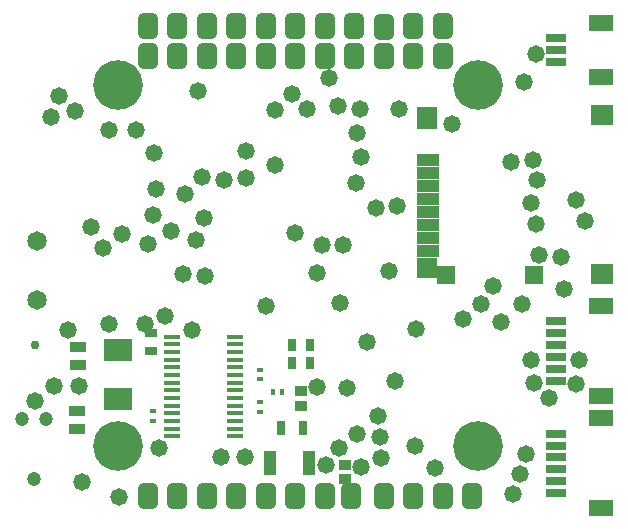
<source format=gbr>
%TF.GenerationSoftware,Altium Limited,Altium Designer,23.4.1 (23)*%
G04 Layer_Color=16711935*
%FSLAX45Y45*%
%MOMM*%
%TF.SameCoordinates,9E7A2767-CAA3-433B-99DA-4D56C25BF89A*%
%TF.FilePolarity,Negative*%
%TF.FileFunction,Soldermask,Bot*%
%TF.Part,Single*%
G01*
G75*
%TA.AperFunction,SMDPad,CuDef*%
%ADD35R,0.75000X1.00000*%
%ADD36R,1.10000X2.05000*%
%ADD47R,0.70000X1.30000*%
%ADD48R,0.50000X0.40000*%
%TA.AperFunction,ComponentPad*%
%ADD55C,0.75000*%
%TA.AperFunction,SMDPad,CuDef*%
%ADD72R,1.35000X0.95000*%
%ADD80R,1.00000X0.75000*%
%ADD81R,0.40000X0.50000*%
%ADD82R,1.40000X0.38000*%
%ADD83R,2.40000X1.90000*%
%ADD101R,1.75320X0.80320*%
%ADD102R,2.00320X1.40320*%
%TA.AperFunction,ComponentPad*%
%ADD110C,1.65320*%
%TA.AperFunction,ViaPad*%
%ADD111C,1.19421*%
%ADD112C,4.20320*%
G04:AMPARAMS|DCode=113|XSize=1.7272mm|YSize=2.2032mm|CornerRadius=0.4826mm|HoleSize=0mm|Usage=FLASHONLY|Rotation=0.000|XOffset=0mm|YOffset=0mm|HoleType=Round|Shape=RoundedRectangle|*
%AMROUNDEDRECTD113*
21,1,1.72720,1.23800,0,0,0.0*
21,1,0.76200,2.20320,0,0,0.0*
1,1,0.96520,0.38100,-0.61900*
1,1,0.96520,-0.38100,-0.61900*
1,1,0.96520,-0.38100,0.61900*
1,1,0.96520,0.38100,0.61900*
%
%ADD113ROUNDEDRECTD113*%
%ADD114C,1.47320*%
%TA.AperFunction,SMDPad,CuDef*%
%ADD115R,1.88320X1.00320*%
%ADD116R,1.50320X1.49320*%
%ADD117R,1.60320X1.49320*%
%ADD118R,1.70320X1.80320*%
%ADD119R,1.90320X1.70320*%
%ADD120R,1.70320X1.90320*%
%ADD121R,1.05320X0.90320*%
D35*
X2574999Y1549994D02*
D03*
X2725002D02*
D03*
X2574999Y1399997D02*
D03*
X2724997D02*
D03*
D36*
X2384997Y550001D02*
D03*
X2714994D02*
D03*
D47*
X2479988Y849996D02*
D03*
X2669990D02*
D03*
D48*
X2299999Y1259997D02*
D03*
Y1339997D02*
D03*
X2300004Y985002D02*
D03*
Y1065001D02*
D03*
X1400001Y910000D02*
D03*
Y990000D02*
D03*
D55*
X399996Y1550000D02*
D03*
D72*
X749300Y839400D02*
D03*
Y989400D02*
D03*
X762000Y1535500D02*
D03*
Y1385500D02*
D03*
D80*
X1375002Y1499997D02*
D03*
Y1649999D02*
D03*
D81*
X2410001Y1150000D02*
D03*
X2490001D02*
D03*
D82*
X2092999Y1102502D02*
D03*
Y1362501D02*
D03*
Y1297503D02*
D03*
X1556998Y777504D02*
D03*
Y842503D02*
D03*
Y1557502D02*
D03*
Y1622501D02*
D03*
X2092999D02*
D03*
Y1557502D02*
D03*
Y842503D02*
D03*
Y777504D02*
D03*
Y907501D02*
D03*
Y972500D02*
D03*
Y1037503D02*
D03*
Y1167501D02*
D03*
Y1232504D02*
D03*
Y1427500D02*
D03*
Y1492504D02*
D03*
X1556998D02*
D03*
Y1427500D02*
D03*
Y1362501D02*
D03*
Y1297503D02*
D03*
Y1232504D02*
D03*
Y1167501D02*
D03*
Y1102502D02*
D03*
Y1037503D02*
D03*
Y972500D02*
D03*
Y907501D02*
D03*
D83*
X1100011Y1095004D02*
D03*
Y1505006D02*
D03*
D101*
X4805003Y300000D02*
D03*
Y400000D02*
D03*
Y500000D02*
D03*
Y700004D02*
D03*
Y800004D02*
D03*
Y600000D02*
D03*
X4805002Y4150001D02*
D03*
Y3950001D02*
D03*
Y4050001D02*
D03*
Y1250001D02*
D03*
Y1350001D02*
D03*
Y1450001D02*
D03*
Y1650000D02*
D03*
Y1750000D02*
D03*
Y1550000D02*
D03*
D102*
X5192500Y170003D02*
D03*
Y930001D02*
D03*
X5192500Y3820004D02*
D03*
Y4280003D02*
D03*
Y1119999D02*
D03*
Y1880002D02*
D03*
D110*
X414401Y1934399D02*
D03*
Y2434398D02*
D03*
D111*
X490220Y924560D02*
D03*
X388620Y416560D02*
D03*
X287020Y924560D02*
D03*
D112*
X1100001Y699998D02*
D03*
X4150003Y3750000D02*
D03*
Y699998D02*
D03*
X1100001Y3750000D02*
D03*
D113*
X3850000Y4250000D02*
D03*
X3849998Y4000002D02*
D03*
X3600001D02*
D03*
X3599996Y4249999D02*
D03*
X3349994Y4240799D02*
D03*
X3349999Y4000002D02*
D03*
X3100002D02*
D03*
X3099997Y4249994D02*
D03*
X2850000D02*
D03*
Y4000002D02*
D03*
X2599998D02*
D03*
Y4249994D02*
D03*
X2349996Y4249999D02*
D03*
X2099999Y4000002D02*
D03*
Y4249994D02*
D03*
X1849997Y4249999D02*
D03*
X1850002Y4000002D02*
D03*
X1600000D02*
D03*
Y4249994D02*
D03*
X1349998Y4249999D02*
D03*
Y3999997D02*
D03*
X4100000Y275000D02*
D03*
X3850000D02*
D03*
X3600000D02*
D03*
X3349999Y275000D02*
D03*
X3074998D02*
D03*
X2850000D02*
D03*
X2600003D02*
D03*
X2350001D02*
D03*
X1850002D02*
D03*
X1600000D02*
D03*
X1350003D02*
D03*
X2350001Y4000002D02*
D03*
X2099999Y275000D02*
D03*
D114*
X2425700Y3543300D02*
D03*
X2573800Y3674107D02*
D03*
X2000555Y2946218D02*
D03*
X2183489Y2966241D02*
D03*
X2424712Y3078600D02*
D03*
X2183742Y3195142D02*
D03*
X2882900Y3810000D02*
D03*
X596900Y3657600D02*
D03*
X1775501Y3701157D02*
D03*
X1762240Y2441396D02*
D03*
X1828841Y2630433D02*
D03*
X1351665Y2410178D02*
D03*
X3784600Y508000D02*
D03*
X736600Y3530600D02*
D03*
X533400Y3479800D02*
D03*
X1104900Y266700D02*
D03*
X393700Y1079500D02*
D03*
X4425000Y3100000D02*
D03*
X4610166Y3118962D02*
D03*
X1400000Y2650000D02*
D03*
X2700000Y3550000D02*
D03*
X2959333Y3578599D02*
D03*
X3150000Y3550000D02*
D03*
X1444560Y680387D02*
D03*
X1130968Y2494597D02*
D03*
X3155751Y3146167D02*
D03*
X1650796Y2149638D02*
D03*
X3317800Y774884D02*
D03*
X3397430Y2176178D02*
D03*
X2781779Y2159606D02*
D03*
X2858894Y538404D02*
D03*
X2972601Y679739D02*
D03*
X4346102Y1748944D02*
D03*
X3445527Y1250000D02*
D03*
X4271400Y2049011D02*
D03*
X3300000Y951070D02*
D03*
X4665941Y2309832D02*
D03*
X1835015Y2136364D02*
D03*
X3463714Y2725560D02*
D03*
X2976438Y1902389D02*
D03*
X4549820Y626565D02*
D03*
X4506695Y454899D02*
D03*
X4875000Y2025000D02*
D03*
X1418345Y2868345D02*
D03*
X3117175Y2918367D02*
D03*
X1403600Y3174870D02*
D03*
X1500000Y1800000D02*
D03*
X1325000Y1725000D02*
D03*
X794586Y394586D02*
D03*
X3156401Y516152D02*
D03*
X4539641Y3781488D02*
D03*
X4639081Y4010786D02*
D03*
X4445295Y287069D02*
D03*
X2781401Y1196097D02*
D03*
X3042671Y1185097D02*
D03*
X3209860Y1577740D02*
D03*
X3619504Y1687417D02*
D03*
X4175000Y1900000D02*
D03*
X767245Y1201051D02*
D03*
X1725000Y1675000D02*
D03*
X3618165Y693165D02*
D03*
X4018901Y1775000D02*
D03*
X3125000Y800000D02*
D03*
X3324247Y598002D02*
D03*
X1669937Y2832598D02*
D03*
X1807755Y2977404D02*
D03*
X1552407Y2519770D02*
D03*
X875000Y2550000D02*
D03*
X1250000Y3375000D02*
D03*
X2600000Y2500000D02*
D03*
X3001991Y2398274D02*
D03*
X2825000Y2400000D02*
D03*
X3125000Y3350000D02*
D03*
X3475000Y3550000D02*
D03*
X3925000Y3425000D02*
D03*
X4521500Y1896428D02*
D03*
X3286386Y2709923D02*
D03*
X2349907Y1880690D02*
D03*
X1025002Y1724998D02*
D03*
X672254Y1676964D02*
D03*
X4850000Y2300000D02*
D03*
X4638602Y2577974D02*
D03*
X4600155Y2750748D02*
D03*
X5050000Y2600000D02*
D03*
X4648732Y2946214D02*
D03*
X4975000Y2775000D02*
D03*
X4624842Y1225158D02*
D03*
X975000Y2375000D02*
D03*
X4750000Y1100000D02*
D03*
X4975000Y1225000D02*
D03*
X5000000Y1425000D02*
D03*
X559569Y1206206D02*
D03*
X4600000Y1425000D02*
D03*
X1025000Y3375000D02*
D03*
X2175000Y600000D02*
D03*
X1975000D02*
D03*
D115*
X3724001Y3114997D02*
D03*
Y3005000D02*
D03*
Y2894997D02*
D03*
Y2785000D02*
D03*
Y2674998D02*
D03*
Y2454998D02*
D03*
Y2345001D02*
D03*
Y2565000D02*
D03*
D116*
X3879998Y2139500D02*
D03*
D117*
X4619996D02*
D03*
D118*
X3714999Y2204000D02*
D03*
D119*
X5200000Y2150000D02*
D03*
Y3500000D02*
D03*
D120*
X3714999Y3469997D02*
D03*
D121*
X2650001Y1162502D02*
D03*
Y1037503D02*
D03*
X3025001Y537499D02*
D03*
Y412501D02*
D03*
%TF.MD5,dd90742936d5998fa57a283cc0924357*%
M02*

</source>
